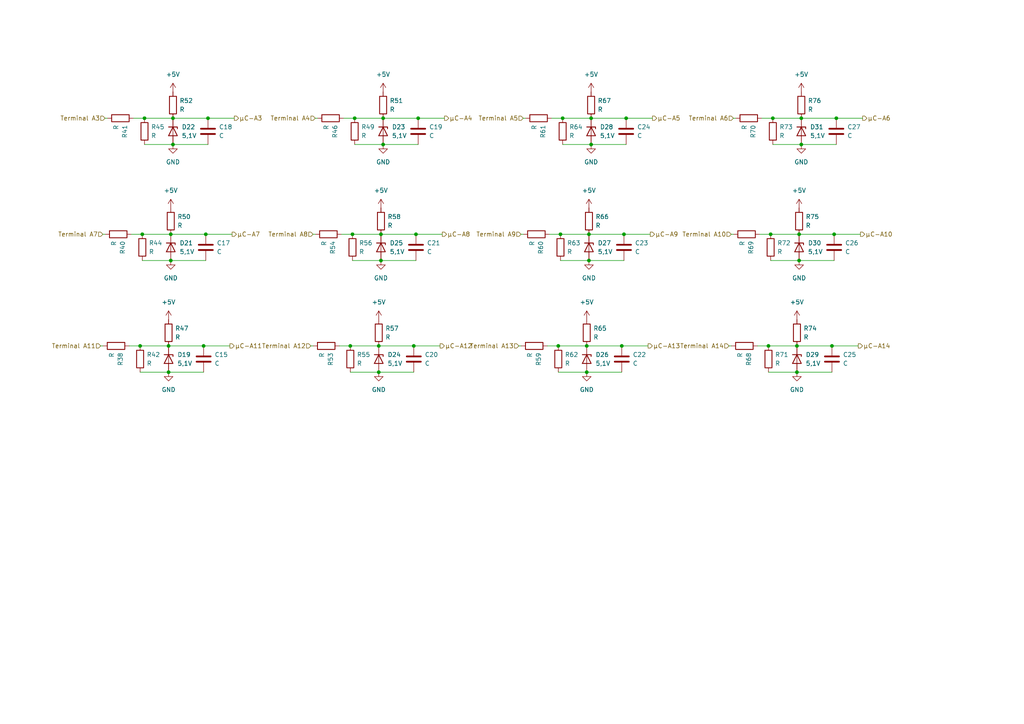
<source format=kicad_sch>
(kicad_sch (version 20231120) (generator "eeschema") (generator_version "8.0")
  (paper "A4")
  (lib_symbols
    (symbol "Device:C" (pin_numbers hide) (pin_names (offset 0.254))
      (property "Reference" "C" (at 0.635 2.54 0))
      (property "Value" "C" (at 0.635 -2.54 0))
      (symbol "C_0_1"
        (polyline (pts (xy -2.032 -0.762) (xy 2.032 -0.762)) (stroke (width 0.508)))
        (polyline (pts (xy -2.032 0.762) (xy 2.032 0.762)) (stroke (width 0.508)))
      )
      (symbol "C_1_1"
        (pin passive line (at 0 3.81 270) (length 2.794) (name "~") (number "1"))
        (pin passive line (at 0 -3.81 90) (length 2.794) (name "~") (number "2"))
      )
    )
    (symbol "Device:D_Zener" (pin_numbers hide) (pin_names (offset 1.016) hide)
      (property "Reference" "D" (at 0 2.54 0))
      (property "Value" "D_Zener" (at 0 -2.54 0))
      (symbol "D_Zener_0_1"
        (polyline (pts (xy 1.27 0) (xy -1.27 0)))
        (polyline (pts (xy -1.27 -1.27) (xy -1.27 1.27) (xy -0.762 1.27)) (stroke (width 0.254)))
        (polyline (pts (xy 1.27 -1.27) (xy 1.27 1.27) (xy -1.27 0) (xy 1.27 -1.27)) (stroke (width 0.254)))
      )
      (symbol "D_Zener_1_1"
        (pin passive line (at -3.81 0 0) (length 2.54) (name "K") (number "1"))
        (pin passive line (at 3.81 0 180) (length 2.54) (name "A") (number "2"))
      )
    )
    (symbol "Device:R" (pin_numbers hide) (pin_names (offset 0))
      (property "Reference" "R" (at 2.032 0 90))
      (property "Value" "R" (at 0 0 90))
      (symbol "R_0_1"
        (rectangle (start -1.016 -2.54) (end 1.016 2.54) (stroke (width 0.254)))
      )
      (symbol "R_1_1"
        (pin passive line (at 0 3.81 270) (length 1.27) (name "~") (number "1"))
        (pin passive line (at 0 -3.81 90) (length 1.27) (name "~") (number "2"))
      )
    )
    (symbol "power:+5V" (power) (pin_names (offset 0))
      (property "Value" "+5V" (at 0 3.556 0))
      (symbol "+5V_0_1"
        (polyline (pts (xy -0.762 1.27) (xy 0 2.54)))
        (polyline (pts (xy 0 0) (xy 0 2.54)))
        (polyline (pts (xy 0 2.54) (xy 0.762 1.27)))
      )
      (symbol "+5V_1_1"
        (pin power_in line (at 0 0 90) (length 0) hide (name "+5V") (number "1"))
      )
    )
    (symbol "power:GND" (power) (pin_names (offset 0))
      (property "Value" "GND" (at 0 -3.81 0))
      (symbol "GND_0_1"
        (polyline (pts (xy 0 0) (xy 0 -1.27) (xy 1.27 -1.27) (xy 0 -2.54) (xy -1.27 -1.27) (xy 0 -1.27)))
      )
      (symbol "GND_1_1"
        (pin power_in line (at 0 0 270) (length 0) hide (name "GND") (number "1"))
      )
    )
  )
  (junction (at 109.855 100.33))
  (junction (at 49.53 75.565))
  (junction (at 161.925 100.33))
  (junction (at 232.41 41.91))
  (junction (at 60.325 34.29))
  (junction (at 162.56 67.945))
  (junction (at 50.165 41.91))
  (junction (at 180.975 67.945))
  (junction (at 48.895 100.33))
  (junction (at 120.015 100.33))
  (junction (at 170.18 107.95))
  (junction (at 170.815 67.945))
  (junction (at 231.14 107.95))
  (junction (at 49.53 67.945))
  (junction (at 171.45 41.91))
  (junction (at 102.235 67.945))
  (junction (at 59.69 67.945))
  (junction (at 242.57 34.29))
  (junction (at 110.49 75.565))
  (junction (at 180.34 100.33))
  (junction (at 48.895 107.95))
  (junction (at 170.18 100.33))
  (junction (at 231.775 67.945))
  (junction (at 231.775 75.565))
  (junction (at 111.125 34.29))
  (junction (at 110.49 67.945))
  (junction (at 101.6 100.33))
  (junction (at 59.055 100.33))
  (junction (at 181.61 34.29))
  (junction (at 41.91 34.29))
  (junction (at 50.165 34.29))
  (junction (at 170.815 75.565))
  (junction (at 223.52 67.945))
  (junction (at 163.195 34.29))
  (junction (at 102.87 34.29))
  (junction (at 222.885 100.33))
  (junction (at 109.855 107.95))
  (junction (at 121.285 34.29))
  (junction (at 241.3 100.33))
  (junction (at 232.41 34.29))
  (junction (at 231.14 100.33))
  (junction (at 111.125 41.91))
  (junction (at 171.45 34.29))
  (junction (at 224.155 34.29))
  (junction (at 41.275 67.945))
  (junction (at 241.935 67.945))
  (junction (at 40.64 100.33))
  (junction (at 120.65 67.945))
  (wire (pts (xy 212.09 67.945) (xy 212.725 67.945)))
  (wire (pts (xy 41.91 34.29) (xy 50.165 34.29)))
  (wire (pts (xy 171.45 41.91) (xy 181.61 41.91)))
  (wire (pts (xy 170.18 100.33) (xy 180.34 100.33)))
  (wire (pts (xy 162.56 75.565) (xy 170.815 75.565)))
  (wire (pts (xy 111.125 34.29) (xy 121.285 34.29)))
  (wire (pts (xy 99.695 34.29) (xy 102.87 34.29)))
  (wire (pts (xy 37.465 100.33) (xy 40.64 100.33)))
  (wire (pts (xy 110.49 75.565) (xy 120.65 75.565)))
  (wire (pts (xy 50.165 34.29) (xy 60.325 34.29)))
  (wire (pts (xy 163.195 34.29) (xy 171.45 34.29)))
  (wire (pts (xy 151.13 67.945) (xy 151.765 67.945)))
  (wire (pts (xy 231.775 67.945) (xy 241.935 67.945)))
  (wire (pts (xy 30.48 34.29) (xy 31.115 34.29)))
  (wire (pts (xy 109.855 107.95) (xy 120.015 107.95)))
  (wire (pts (xy 211.455 100.33) (xy 212.09 100.33)))
  (wire (pts (xy 220.98 34.29) (xy 224.155 34.29)))
  (wire (pts (xy 223.52 75.565) (xy 231.775 75.565)))
  (wire (pts (xy 38.735 34.29) (xy 41.91 34.29)))
  (wire (pts (xy 181.61 34.29) (xy 189.23 34.29)))
  (wire (pts (xy 222.885 100.33) (xy 231.14 100.33)))
  (wire (pts (xy 48.895 100.33) (xy 59.055 100.33)))
  (wire (pts (xy 50.165 41.91) (xy 60.325 41.91)))
  (wire (pts (xy 29.21 100.33) (xy 29.845 100.33)))
  (wire (pts (xy 171.45 34.29) (xy 181.61 34.29)))
  (wire (pts (xy 222.885 107.95) (xy 231.14 107.95)))
  (wire (pts (xy 40.64 100.33) (xy 48.895 100.33)))
  (wire (pts (xy 219.71 100.33) (xy 222.885 100.33)))
  (wire (pts (xy 163.195 41.91) (xy 171.45 41.91)))
  (wire (pts (xy 241.935 67.945) (xy 249.555 67.945)))
  (wire (pts (xy 49.53 67.945) (xy 59.69 67.945)))
  (wire (pts (xy 29.845 67.945) (xy 30.48 67.945)))
  (wire (pts (xy 180.34 100.33) (xy 187.96 100.33)))
  (wire (pts (xy 242.57 34.29) (xy 250.19 34.29)))
  (wire (pts (xy 231.775 75.565) (xy 241.935 75.565)))
  (wire (pts (xy 170.815 67.945) (xy 180.975 67.945)))
  (wire (pts (xy 41.275 75.565) (xy 49.53 75.565)))
  (wire (pts (xy 231.14 100.33) (xy 241.3 100.33)))
  (wire (pts (xy 161.925 100.33) (xy 170.18 100.33)))
  (wire (pts (xy 60.325 34.29) (xy 67.945 34.29)))
  (wire (pts (xy 231.14 107.95) (xy 241.3 107.95)))
  (wire (pts (xy 40.64 107.95) (xy 48.895 107.95)))
  (wire (pts (xy 158.75 100.33) (xy 161.925 100.33)))
  (wire (pts (xy 109.855 100.33) (xy 120.015 100.33)))
  (wire (pts (xy 180.975 67.945) (xy 188.595 67.945)))
  (wire (pts (xy 150.495 100.33) (xy 151.13 100.33)))
  (wire (pts (xy 162.56 67.945) (xy 170.815 67.945)))
  (wire (pts (xy 161.925 107.95) (xy 170.18 107.95)))
  (wire (pts (xy 220.345 67.945) (xy 223.52 67.945)))
  (wire (pts (xy 121.285 34.29) (xy 128.905 34.29)))
  (wire (pts (xy 224.155 41.91) (xy 232.41 41.91)))
  (wire (pts (xy 41.275 67.945) (xy 49.53 67.945)))
  (wire (pts (xy 38.1 67.945) (xy 41.275 67.945)))
  (wire (pts (xy 49.53 75.565) (xy 59.69 75.565)))
  (wire (pts (xy 170.815 75.565) (xy 180.975 75.565)))
  (wire (pts (xy 90.17 100.33) (xy 90.805 100.33)))
  (wire (pts (xy 223.52 67.945) (xy 231.775 67.945)))
  (wire (pts (xy 59.69 67.945) (xy 67.31 67.945)))
  (wire (pts (xy 170.18 107.95) (xy 180.34 107.95)))
  (wire (pts (xy 91.44 34.29) (xy 92.075 34.29)))
  (wire (pts (xy 110.49 67.945) (xy 120.65 67.945)))
  (wire (pts (xy 159.385 67.945) (xy 162.56 67.945)))
  (wire (pts (xy 102.235 67.945) (xy 110.49 67.945)))
  (wire (pts (xy 102.87 41.91) (xy 111.125 41.91)))
  (wire (pts (xy 212.725 34.29) (xy 213.36 34.29)))
  (wire (pts (xy 241.3 100.33) (xy 248.92 100.33)))
  (wire (pts (xy 41.91 41.91) (xy 50.165 41.91)))
  (wire (pts (xy 102.235 75.565) (xy 110.49 75.565)))
  (wire (pts (xy 120.015 100.33) (xy 127.635 100.33)))
  (wire (pts (xy 151.765 34.29) (xy 152.4 34.29)))
  (wire (pts (xy 111.125 41.91) (xy 121.285 41.91)))
  (wire (pts (xy 101.6 100.33) (xy 109.855 100.33)))
  (wire (pts (xy 232.41 41.91) (xy 242.57 41.91)))
  (wire (pts (xy 99.06 67.945) (xy 102.235 67.945)))
  (wire (pts (xy 98.425 100.33) (xy 101.6 100.33)))
  (wire (pts (xy 232.41 34.29) (xy 242.57 34.29)))
  (wire (pts (xy 90.805 67.945) (xy 91.44 67.945)))
  (wire (pts (xy 101.6 107.95) (xy 109.855 107.95)))
  (wire (pts (xy 224.155 34.29) (xy 232.41 34.29)))
  (wire (pts (xy 160.02 34.29) (xy 163.195 34.29)))
  (wire (pts (xy 102.87 34.29) (xy 111.125 34.29)))
  (wire (pts (xy 59.055 100.33) (xy 66.675 100.33)))
  (wire (pts (xy 120.65 67.945) (xy 128.27 67.945)))
  (wire (pts (xy 48.895 107.95) (xy 59.055 107.95)))
  (hierarchical_label "Terminal A5" (shape input) (at 151.765 34.29 180))
  (hierarchical_label "µC-A13" (shape output) (at 187.96 100.33 0))
  (hierarchical_label "Terminal A4" (shape input) (at 91.44 34.29 180))
  (hierarchical_label "µC-A6" (shape output) (at 250.19 34.29 0))
  (hierarchical_label "µC-A3" (shape output) (at 67.945 34.29 0))
  (hierarchical_label "Terminal A8" (shape input) (at 90.805 67.945 180))
  (hierarchical_label "Terminal A12" (shape input) (at 90.17 100.33 180))
  (hierarchical_label "µC-A4" (shape output) (at 128.905 34.29 0))
  (hierarchical_label "Terminal A7" (shape input) (at 29.845 67.945 180))
  (hierarchical_label "µC-A10" (shape output) (at 249.555 67.945 0))
  (hierarchical_label "µC-A9" (shape output) (at 188.595 67.945 0))
  (hierarchical_label "Terminal A3" (shape input) (at 30.48 34.29 180))
  (hierarchical_label "µC-A12" (shape output) (at 127.635 100.33 0))
  (hierarchical_label "Terminal A11" (shape input) (at 29.21 100.33 180))
  (hierarchical_label "Terminal A9" (shape input) (at 151.13 67.945 180))
  (hierarchical_label "µC-A8" (shape output) (at 128.27 67.945 0))
  (hierarchical_label "Terminal A6" (shape input) (at 212.725 34.29 180))
  (hierarchical_label "µC-A14" (shape output) (at 248.92 100.33 0))
  (hierarchical_label "µC-A5" (shape output) (at 189.23 34.29 0))
  (hierarchical_label "µC-A11" (shape output) (at 66.675 100.33 0))
  (hierarchical_label "Terminal A13" (shape input) (at 150.495 100.33 180))
  (hierarchical_label "µC-A7" (shape output) (at 67.31 67.945 0))
  (hierarchical_label "Terminal A14" (shape input) (at 211.455 100.33 180))
  (hierarchical_label "Terminal A10" (shape input) (at 212.09 67.945 180))
  (symbol (lib_id "Device:D_Zener") (at 231.775 71.755 270) (unit 1)
    (property "Reference" "D30" (at 234.315 70.4849 90) (effects (justify left)))
    (property "Value" "5,1V" (at 234.315 73.0249 90) (effects (justify left)))
    (property "Footprint" "Diode_SMD:D_SMA_Handsoldering" (effects (hide yes)))
  )
  (symbol (lib_id "power:+5V") (at 231.14 92.71 0) (unit 1)
    (property "Reference" "#PWR0225" (effects (hide yes)))
    (property "Value" "+5V" (at 231.14 87.63 0))
  )
  (symbol (lib_id "Device:R") (at 110.49 64.135 0) (unit 1)
    (property "Reference" "R58" (at 112.395 62.8649 0) (effects (justify left)))
    (property "Value" "R" (at 112.395 65.4049 0) (effects (justify left)))
    (property "Footprint" "Resistor_SMD:R_1206_3216Metric_Pad1.30x1.75mm_HandSolder" (effects (hide yes)))
  )
  (symbol (lib_id "power:GND") (at 48.895 107.95 0) (unit 1)
    (property "Reference" "#PWR0211" (effects (hide yes)))
    (property "Value" "GND" (at 48.895 113.03 0))
  )
  (symbol (lib_id "Device:D_Zener") (at 48.895 104.14 270) (unit 1)
    (property "Reference" "D19" (at 51.435 102.8699 90) (effects (justify left)))
    (property "Value" "5,1V" (at 51.435 105.4099 90) (effects (justify left)))
    (property "Footprint" "Diode_SMD:D_SMA_Handsoldering" (effects (hide yes)))
  )
  (symbol (lib_id "Device:R") (at 49.53 64.135 0) (unit 1)
    (property "Reference" "R50" (at 51.435 62.8649 0) (effects (justify left)))
    (property "Value" "R" (at 51.435 65.4049 0) (effects (justify left)))
    (property "Footprint" "Resistor_SMD:R_1206_3216Metric_Pad1.30x1.75mm_HandSolder" (effects (hide yes)))
  )
  (symbol (lib_id "power:+5V") (at 231.775 60.325 0) (unit 1)
    (property "Reference" "#PWR0209" (effects (hide yes)))
    (property "Value" "+5V" (at 231.775 55.245 0))
  )
  (symbol (lib_id "Device:R") (at 170.18 96.52 0) (unit 1)
    (property "Reference" "R65" (at 172.085 95.2499 0) (effects (justify left)))
    (property "Value" "R" (at 172.085 97.7899 0) (effects (justify left)))
    (property "Footprint" "Resistor_SMD:R_1206_3216Metric_Pad1.30x1.75mm_HandSolder" (effects (hide yes)))
  )
  (symbol (lib_id "Device:C") (at 120.65 71.755 0) (unit 1)
    (property "Reference" "C21" (at 123.825 70.4849 0) (effects (justify left)))
    (property "Value" "C" (at 123.825 73.0249 0) (effects (justify left)))
    (property "Footprint" "Capacitor_SMD:C_1206_3216Metric_Pad1.33x1.80mm_HandSolder" (effects (hide yes)))
  )
  (symbol (lib_id "Device:R") (at 156.21 34.29 270) (unit 1)
    (property "Reference" "R61" (at 157.4801 36.195 0) (effects (justify left)))
    (property "Value" "R" (at 154.9401 36.195 0) (effects (justify left)))
    (property "Footprint" "Resistor_SMD:R_1206_3216Metric_Pad1.30x1.75mm_HandSolder" (effects (hide yes)))
  )
  (symbol (lib_id "Device:R") (at 33.655 100.33 270) (unit 1)
    (property "Reference" "R38" (at 34.9251 102.235 0) (effects (justify left)))
    (property "Value" "R" (at 32.3851 102.235 0) (effects (justify left)))
    (property "Footprint" "Resistor_SMD:R_1206_3216Metric_Pad1.30x1.75mm_HandSolder" (effects (hide yes)))
  )
  (symbol (lib_id "power:GND") (at 231.775 75.565 0) (unit 1)
    (property "Reference" "#PWR0227" (effects (hide yes)))
    (property "Value" "GND" (at 231.775 80.645 0))
  )
  (symbol (lib_id "power:+5V") (at 48.895 92.71 0) (unit 1)
    (property "Reference" "#PWR0222" (effects (hide yes)))
    (property "Value" "+5V" (at 48.895 87.63 0))
  )
  (symbol (lib_id "Device:R") (at 111.125 30.48 0) (unit 1)
    (property "Reference" "R51" (at 113.03 29.2099 0) (effects (justify left)))
    (property "Value" "R" (at 113.03 31.7499 0) (effects (justify left)))
    (property "Footprint" "Resistor_SMD:R_1206_3216Metric_Pad1.30x1.75mm_HandSolder" (effects (hide yes)))
  )
  (symbol (lib_id "power:+5V") (at 49.53 60.325 0) (unit 1)
    (property "Reference" "#PWR0218" (effects (hide yes)))
    (property "Value" "+5V" (at 49.53 55.245 0))
  )
  (symbol (lib_id "power:+5V") (at 111.125 26.67 0) (unit 1)
    (property "Reference" "#PWR0217" (effects (hide yes)))
    (property "Value" "+5V" (at 111.125 21.59 0))
  )
  (symbol (lib_id "Device:D_Zener") (at 171.45 38.1 270) (unit 1)
    (property "Reference" "D28" (at 173.99 36.8299 90) (effects (justify left)))
    (property "Value" "5,1V" (at 173.99 39.3699 90) (effects (justify left)))
    (property "Footprint" "Diode_SMD:D_SMA_Handsoldering" (effects (hide yes)))
  )
  (symbol (lib_id "Device:C") (at 181.61 38.1 0) (unit 1)
    (property "Reference" "C24" (at 184.785 36.8299 0) (effects (justify left)))
    (property "Value" "C" (at 184.785 39.3699 0) (effects (justify left)))
    (property "Footprint" "Capacitor_SMD:C_1206_3216Metric_Pad1.33x1.80mm_HandSolder" (effects (hide yes)))
  )
  (symbol (lib_id "power:+5V") (at 232.41 26.67 0) (unit 1)
    (property "Reference" "#PWR0208" (effects (hide yes)))
    (property "Value" "+5V" (at 232.41 21.59 0))
  )
  (symbol (lib_id "Device:C") (at 180.34 104.14 0) (unit 1)
    (property "Reference" "C22" (at 183.515 102.8699 0) (effects (justify left)))
    (property "Value" "C" (at 183.515 105.4099 0) (effects (justify left)))
    (property "Footprint" "Capacitor_SMD:C_1206_3216Metric_Pad1.33x1.80mm_HandSolder" (effects (hide yes)))
  )
  (symbol (lib_id "Device:D_Zener") (at 110.49 71.755 270) (unit 1)
    (property "Reference" "D25" (at 113.03 70.4849 90) (effects (justify left)))
    (property "Value" "5,1V" (at 113.03 73.0249 90) (effects (justify left)))
    (property "Footprint" "Diode_SMD:D_SMA_Handsoldering" (effects (hide yes)))
  )
  (symbol (lib_id "Device:R") (at 162.56 71.755 0) (unit 1)
    (property "Reference" "R63" (at 164.465 70.4849 0) (effects (justify left)))
    (property "Value" "R" (at 164.465 73.0249 0) (effects (justify left)))
    (property "Footprint" "Resistor_SMD:R_1206_3216Metric_Pad1.30x1.75mm_HandSolder" (effects (hide yes)))
  )
  (symbol (lib_id "Device:C") (at 120.015 104.14 0) (unit 1)
    (property "Reference" "C20" (at 123.19 102.8699 0) (effects (justify left)))
    (property "Value" "C" (at 123.19 105.4099 0) (effects (justify left)))
    (property "Footprint" "Capacitor_SMD:C_1206_3216Metric_Pad1.33x1.80mm_HandSolder" (effects (hide yes)))
  )
  (symbol (lib_id "Device:R") (at 215.9 100.33 270) (unit 1)
    (property "Reference" "R68" (at 217.1701 102.235 0) (effects (justify left)))
    (property "Value" "R" (at 214.6301 102.235 0) (effects (justify left)))
    (property "Footprint" "Resistor_SMD:R_1206_3216Metric_Pad1.30x1.75mm_HandSolder" (effects (hide yes)))
  )
  (symbol (lib_id "power:GND") (at 49.53 75.565 0) (unit 1)
    (property "Reference" "#PWR0220" (effects (hide yes)))
    (property "Value" "GND" (at 49.53 80.645 0))
  )
  (symbol (lib_id "Device:R") (at 163.195 38.1 0) (unit 1)
    (property "Reference" "R64" (at 165.1 36.8299 0) (effects (justify left)))
    (property "Value" "R" (at 165.1 39.3699 0) (effects (justify left)))
    (property "Footprint" "Resistor_SMD:R_1206_3216Metric_Pad1.30x1.75mm_HandSolder" (effects (hide yes)))
  )
  (symbol (lib_id "power:+5V") (at 110.49 60.325 0) (unit 1)
    (property "Reference" "#PWR0158" (effects (hide yes)))
    (property "Value" "+5V" (at 110.49 55.245 0))
  )
  (symbol (lib_id "Device:D_Zener") (at 50.165 38.1 270) (unit 1)
    (property "Reference" "D22" (at 52.705 36.8299 90) (effects (justify left)))
    (property "Value" "5,1V" (at 52.705 39.3699 90) (effects (justify left)))
    (property "Footprint" "Diode_SMD:D_SMA_Handsoldering" (effects (hide yes)))
  )
  (symbol (lib_id "power:GND") (at 232.41 41.91 0) (unit 1)
    (property "Reference" "#PWR0210" (effects (hide yes)))
    (property "Value" "GND" (at 232.41 46.99 0))
  )
  (symbol (lib_id "Device:D_Zener") (at 111.125 38.1 270) (unit 1)
    (property "Reference" "D23" (at 113.665 36.8299 90) (effects (justify left)))
    (property "Value" "5,1V" (at 113.665 39.3699 90) (effects (justify left)))
    (property "Footprint" "Diode_SMD:D_SMA_Handsoldering" (effects (hide yes)))
  )
  (symbol (lib_id "Device:D_Zener") (at 109.855 104.14 270) (unit 1)
    (property "Reference" "D24" (at 112.395 102.8699 90) (effects (justify left)))
    (property "Value" "5,1V" (at 112.395 105.4099 90) (effects (justify left)))
    (property "Footprint" "Diode_SMD:D_SMA_Handsoldering" (effects (hide yes)))
  )
  (symbol (lib_id "Device:R") (at 102.87 38.1 0) (unit 1)
    (property "Reference" "R49" (at 104.775 36.8299 0) (effects (justify left)))
    (property "Value" "R" (at 104.775 39.3699 0) (effects (justify left)))
    (property "Footprint" "Resistor_SMD:R_1206_3216Metric_Pad1.30x1.75mm_HandSolder" (effects (hide yes)))
  )
  (symbol (lib_id "Device:C") (at 121.285 38.1 0) (unit 1)
    (property "Reference" "C19" (at 124.46 36.8299 0) (effects (justify left)))
    (property "Value" "C" (at 124.46 39.3699 0) (effects (justify left)))
    (property "Footprint" "Capacitor_SMD:C_1206_3216Metric_Pad1.33x1.80mm_HandSolder" (effects (hide yes)))
  )
  (symbol (lib_id "Device:R") (at 232.41 30.48 0) (unit 1)
    (property "Reference" "R76" (at 234.315 29.2099 0) (effects (justify left)))
    (property "Value" "R" (at 234.315 31.7499 0) (effects (justify left)))
    (property "Footprint" "Resistor_SMD:R_1206_3216Metric_Pad1.30x1.75mm_HandSolder" (effects (hide yes)))
  )
  (symbol (lib_id "Device:R") (at 170.815 64.135 0) (unit 1)
    (property "Reference" "R66" (at 172.72 62.8649 0) (effects (justify left)))
    (property "Value" "R" (at 172.72 65.4049 0) (effects (justify left)))
    (property "Footprint" "Resistor_SMD:R_1206_3216Metric_Pad1.30x1.75mm_HandSolder" (effects (hide yes)))
  )
  (symbol (lib_id "Device:C") (at 60.325 38.1 0) (unit 1)
    (property "Reference" "C18" (at 63.5 36.8299 0) (effects (justify left)))
    (property "Value" "C" (at 63.5 39.3699 0) (effects (justify left)))
    (property "Footprint" "Capacitor_SMD:C_1206_3216Metric_Pad1.33x1.80mm_HandSolder" (effects (hide yes)))
  )
  (symbol (lib_id "power:+5V") (at 170.18 92.71 0) (unit 1)
    (property "Reference" "#PWR0228" (effects (hide yes)))
    (property "Value" "+5V" (at 170.18 87.63 0))
  )
  (symbol (lib_id "Device:D_Zener") (at 49.53 71.755 270) (unit 1)
    (property "Reference" "D21" (at 52.07 70.4849 90) (effects (justify left)))
    (property "Value" "5,1V" (at 52.07 73.0249 90) (effects (justify left)))
    (property "Footprint" "Diode_SMD:D_SMA_Handsoldering" (effects (hide yes)))
  )
  (symbol (lib_id "Device:R") (at 109.855 96.52 0) (unit 1)
    (property "Reference" "R57" (at 111.76 95.2499 0) (effects (justify left)))
    (property "Value" "R" (at 111.76 97.7899 0) (effects (justify left)))
    (property "Footprint" "Resistor_SMD:R_1206_3216Metric_Pad1.30x1.75mm_HandSolder" (effects (hide yes)))
  )
  (symbol (lib_id "Device:R") (at 95.25 67.945 270) (unit 1)
    (property "Reference" "R54" (at 96.5201 69.85 0) (effects (justify left)))
    (property "Value" "R" (at 93.9801 69.85 0) (effects (justify left)))
    (property "Footprint" "Resistor_SMD:R_1206_3216Metric_Pad1.30x1.75mm_HandSolder" (effects (hide yes)))
  )
  (symbol (lib_id "power:+5V") (at 170.815 60.325 0) (unit 1)
    (property "Reference" "#PWR0215" (effects (hide yes)))
    (property "Value" "+5V" (at 170.815 55.245 0))
  )
  (symbol (lib_id "power:GND") (at 170.18 107.95 0) (unit 1)
    (property "Reference" "#PWR0230" (effects (hide yes)))
    (property "Value" "GND" (at 170.18 113.03 0))
  )
  (symbol (lib_id "Device:R") (at 161.925 104.14 0) (unit 1)
    (property "Reference" "R62" (at 163.83 102.8699 0) (effects (justify left)))
    (property "Value" "R" (at 163.83 105.4099 0) (effects (justify left)))
    (property "Footprint" "Resistor_SMD:R_1206_3216Metric_Pad1.30x1.75mm_HandSolder" (effects (hide yes)))
  )
  (symbol (lib_id "Device:R") (at 217.17 34.29 270) (unit 1)
    (property "Reference" "R70" (at 218.4401 36.195 0) (effects (justify left)))
    (property "Value" "R" (at 215.9001 36.195 0) (effects (justify left)))
    (property "Footprint" "Resistor_SMD:R_1206_3216Metric_Pad1.30x1.75mm_HandSolder" (effects (hide yes)))
  )
  (symbol (lib_id "Device:D_Zener") (at 170.18 104.14 270) (unit 1)
    (property "Reference" "D26" (at 172.72 102.8699 90) (effects (justify left)))
    (property "Value" "5,1V" (at 172.72 105.4099 90) (effects (justify left)))
    (property "Footprint" "Diode_SMD:D_SMA_Handsoldering" (effects (hide yes)))
  )
  (symbol (lib_id "Device:R") (at 50.165 30.48 0) (unit 1)
    (property "Reference" "R52" (at 52.07 29.2099 0) (effects (justify left)))
    (property "Value" "R" (at 52.07 31.7499 0) (effects (justify left)))
    (property "Footprint" "Resistor_SMD:R_1206_3216Metric_Pad1.30x1.75mm_HandSolder" (effects (hide yes)))
  )
  (symbol (lib_id "Device:R") (at 34.29 67.945 270) (unit 1)
    (property "Reference" "R40" (at 35.5601 69.85 0) (effects (justify left)))
    (property "Value" "R" (at 33.0201 69.85 0) (effects (justify left)))
    (property "Footprint" "Resistor_SMD:R_1206_3216Metric_Pad1.30x1.75mm_HandSolder" (effects (hide yes)))
  )
  (symbol (lib_id "Device:C") (at 59.055 104.14 0) (unit 1)
    (property "Reference" "C15" (at 62.23 102.8699 0) (effects (justify left)))
    (property "Value" "C" (at 62.23 105.4099 0) (effects (justify left)))
    (property "Footprint" "Capacitor_SMD:C_1206_3216Metric_Pad1.33x1.80mm_HandSolder" (effects (hide yes)))
  )
  (symbol (lib_id "power:GND") (at 110.49 75.565 0) (unit 1)
    (property "Reference" "#PWR0206" (effects (hide yes)))
    (property "Value" "GND" (at 110.49 80.645 0))
  )
  (symbol (lib_id "Device:R") (at 216.535 67.945 270) (unit 1)
    (property "Reference" "R69" (at 217.8051 69.85 0) (effects (justify left)))
    (property "Value" "R" (at 215.2651 69.85 0) (effects (justify left)))
    (property "Footprint" "Resistor_SMD:R_1206_3216Metric_Pad1.30x1.75mm_HandSolder" (effects (hide yes)))
  )
  (symbol (lib_id "Device:R") (at 101.6 104.14 0) (unit 1)
    (property "Reference" "R55" (at 103.505 102.8699 0) (effects (justify left)))
    (property "Value" "R" (at 103.505 105.4099 0) (effects (justify left)))
    (property "Footprint" "Resistor_SMD:R_1206_3216Metric_Pad1.30x1.75mm_HandSolder" (effects (hide yes)))
  )
  (symbol (lib_id "Device:R") (at 223.52 71.755 0) (unit 1)
    (property "Reference" "R72" (at 225.425 70.4849 0) (effects (justify left)))
    (property "Value" "R" (at 225.425 73.0249 0) (effects (justify left)))
    (property "Footprint" "Resistor_SMD:R_1206_3216Metric_Pad1.30x1.75mm_HandSolder" (effects (hide yes)))
  )
  (symbol (lib_id "Device:R") (at 41.275 71.755 0) (unit 1)
    (property "Reference" "R44" (at 43.18 70.4849 0) (effects (justify left)))
    (property "Value" "R" (at 43.18 73.0249 0) (effects (justify left)))
    (property "Footprint" "Resistor_SMD:R_1206_3216Metric_Pad1.30x1.75mm_HandSolder" (effects (hide yes)))
  )
  (symbol (lib_id "power:GND") (at 109.855 107.95 0) (unit 1)
    (property "Reference" "#PWR0224" (effects (hide yes)))
    (property "Value" "GND" (at 109.855 113.03 0))
  )
  (symbol (lib_id "Device:R") (at 94.615 100.33 270) (unit 1)
    (property "Reference" "R53" (at 95.8851 102.235 0) (effects (justify left)))
    (property "Value" "R" (at 93.3451 102.235 0) (effects (justify left)))
    (property "Footprint" "Resistor_SMD:R_1206_3216Metric_Pad1.30x1.75mm_HandSolder" (effects (hide yes)))
  )
  (symbol (lib_id "Device:R") (at 34.925 34.29 270) (unit 1)
    (property "Reference" "R41" (at 36.1951 36.195 0) (effects (justify left)))
    (property "Value" "R" (at 33.6551 36.195 0) (effects (justify left)))
    (property "Footprint" "Resistor_SMD:R_1206_3216Metric_Pad1.30x1.75mm_HandSolder" (effects (hide yes)))
  )
  (symbol (lib_id "Device:C") (at 241.3 104.14 0) (unit 1)
    (property "Reference" "C25" (at 244.475 102.8699 0) (effects (justify left)))
    (property "Value" "C" (at 244.475 105.4099 0) (effects (justify left)))
    (property "Footprint" "Capacitor_SMD:C_1206_3216Metric_Pad1.33x1.80mm_HandSolder" (effects (hide yes)))
  )
  (symbol (lib_id "Device:D_Zener") (at 170.815 71.755 270) (unit 1)
    (property "Reference" "D27" (at 173.355 70.4849 90) (effects (justify left)))
    (property "Value" "5,1V" (at 173.355 73.0249 90) (effects (justify left)))
    (property "Footprint" "Diode_SMD:D_SMA_Handsoldering" (effects (hide yes)))
  )
  (symbol (lib_id "Device:R") (at 95.885 34.29 270) (unit 1)
    (property "Reference" "R46" (at 97.1551 36.195 0) (effects (justify left)))
    (property "Value" "R" (at 94.6151 36.195 0) (effects (justify left)))
    (property "Footprint" "Resistor_SMD:R_1206_3216Metric_Pad1.30x1.75mm_HandSolder" (effects (hide yes)))
  )
  (symbol (lib_id "Device:R") (at 155.575 67.945 270) (unit 1)
    (property "Reference" "R60" (at 156.8451 69.85 0) (effects (justify left)))
    (property "Value" "R" (at 154.3051 69.85 0) (effects (justify left)))
    (property "Footprint" "Resistor_SMD:R_1206_3216Metric_Pad1.30x1.75mm_HandSolder" (effects (hide yes)))
  )
  (symbol (lib_id "power:GND") (at 170.815 75.565 0) (unit 1)
    (property "Reference" "#PWR0229" (effects (hide yes)))
    (property "Value" "GND" (at 170.815 80.645 0))
  )
  (symbol (lib_id "power:+5V") (at 171.45 26.67 0) (unit 1)
    (property "Reference" "#PWR0214" (effects (hide yes)))
    (property "Value" "+5V" (at 171.45 21.59 0))
  )
  (symbol (lib_id "Device:R") (at 154.94 100.33 270) (unit 1)
    (property "Reference" "R59" (at 156.2101 102.235 0) (effects (justify left)))
    (property "Value" "R" (at 153.6701 102.235 0) (effects (justify left)))
    (property "Footprint" "Resistor_SMD:R_1206_3216Metric_Pad1.30x1.75mm_HandSolder" (effects (hide yes)))
  )
  (symbol (lib_id "Device:R") (at 41.91 38.1 0) (unit 1)
    (property "Reference" "R45" (at 43.815 36.8299 0) (effects (justify left)))
    (property "Value" "R" (at 43.815 39.3699 0) (effects (justify left)))
    (property "Footprint" "Resistor_SMD:R_1206_3216Metric_Pad1.30x1.75mm_HandSolder" (effects (hide yes)))
  )
  (symbol (lib_id "power:GND") (at 171.45 41.91 0) (unit 1)
    (property "Reference" "#PWR0216" (effects (hide yes)))
    (property "Value" "GND" (at 171.45 46.99 0))
  )
  (symbol (lib_id "power:GND") (at 111.125 41.91 0) (unit 1)
    (property "Reference" "#PWR0207" (effects (hide yes)))
    (property "Value" "GND" (at 111.125 46.99 0))
  )
  (symbol (lib_id "Device:R") (at 231.14 96.52 0) (unit 1)
    (property "Reference" "R74" (at 233.045 95.2499 0) (effects (justify left)))
    (property "Value" "R" (at 233.045 97.7899 0) (effects (justify left)))
    (property "Footprint" "Resistor_SMD:R_1206_3216Metric_Pad1.30x1.75mm_HandSolder" (effects (hide yes)))
  )
  (symbol (lib_id "Device:D_Zener") (at 231.14 104.14 270) (unit 1)
    (property "Reference" "D29" (at 233.68 102.8699 90) (effects (justify left)))
    (property "Value" "5,1V" (at 233.68 105.4099 90) (effects (justify left)))
    (property "Footprint" "Diode_SMD:D_SMA_Handsoldering" (effects (hide yes)))
  )
  (symbol (lib_id "Device:R") (at 224.155 38.1 0) (unit 1)
    (property "Reference" "R73" (at 226.06 36.8299 0) (effects (justify left)))
    (property "Value" "R" (at 226.06 39.3699 0) (effects (justify left)))
    (property "Footprint" "Resistor_SMD:R_1206_3216Metric_Pad1.30x1.75mm_HandSolder" (effects (hide yes)))
  )
  (symbol (lib_id "Device:C") (at 241.935 71.755 0) (unit 1)
    (property "Reference" "C26" (at 245.11 70.4849 0) (effects (justify left)))
    (property "Value" "C" (at 245.11 73.0249 0) (effects (justify left)))
    (property "Footprint" "Capacitor_SMD:C_1206_3216Metric_Pad1.33x1.80mm_HandSolder" (effects (hide yes)))
  )
  (symbol (lib_id "Device:C") (at 242.57 38.1 0) (unit 1)
    (property "Reference" "C27" (at 245.745 36.8299 0) (effects (justify left)))
    (property "Value" "C" (at 245.745 39.3699 0) (effects (justify left)))
    (property "Footprint" "Capacitor_SMD:C_1206_3216Metric_Pad1.33x1.80mm_HandSolder" (effects (hide yes)))
  )
  (symbol (lib_id "power:GND") (at 231.14 107.95 0) (unit 1)
    (property "Reference" "#PWR0226" (effects (hide yes)))
    (property "Value" "GND" (at 231.14 113.03 0))
  )
  (symbol (lib_id "power:+5V") (at 50.165 26.67 0) (unit 1)
    (property "Reference" "#PWR0219" (effects (hide yes)))
    (property "Value" "+5V" (at 50.165 21.59 0))
  )
  (symbol (lib_id "Device:R") (at 171.45 30.48 0) (unit 1)
    (property "Reference" "R67" (at 173.355 29.2099 0) (effects (justify left)))
    (property "Value" "R" (at 173.355 31.7499 0) (effects (justify left)))
    (property "Footprint" "Resistor_SMD:R_1206_3216Metric_Pad1.30x1.75mm_HandSolder" (effects (hide yes)))
  )
  (symbol (lib_id "power:+5V") (at 109.855 92.71 0) (unit 1)
    (property "Reference" "#PWR0223" (effects (hide yes)))
    (property "Value" "+5V" (at 109.855 87.63 0))
  )
  (symbol (lib_id "Device:R") (at 222.885 104.14 0) (unit 1)
    (property "Reference" "R71" (at 224.79 102.8699 0) (effects (justify left)))
    (property "Value" "R" (at 224.79 105.4099 0) (effects (justify left)))
    (property "Footprint" "Resistor_SMD:R_1206_3216Metric_Pad1.30x1.75mm_HandSolder" (effects (hide yes)))
  )
  (symbol (lib_id "Device:R") (at 102.235 71.755 0) (unit 1)
    (property "Reference" "R56" (at 104.14 70.4849 0) (effects (justify left)))
    (property "Value" "R" (at 104.14 73.0249 0) (effects (justify left)))
    (property "Footprint" "Resistor_SMD:R_1206_3216Metric_Pad1.30x1.75mm_HandSolder" (effects (hide yes)))
  )
  (symbol (lib_id "power:GND") (at 50.165 41.91 0) (unit 1)
    (property "Reference" "#PWR0221" (effects (hide yes)))
    (property "Value" "GND" (at 50.165 46.99 0))
  )
  (symbol (lib_id "Device:R") (at 48.895 96.52 0) (unit 1)
    (property "Reference" "R47" (at 50.8 95.2499 0) (effects (justify left)))
    (property "Value" "R" (at 50.8 97.7899 0) (effects (justify left)))
    (property "Footprint" "Resistor_SMD:R_1206_3216Metric_Pad1.30x1.75mm_HandSolder" (effects (hide yes)))
  )
  (symbol (lib_id "Device:R") (at 40.64 104.14 0) (unit 1)
    (property "Reference" "R42" (at 42.545 102.8699 0) (effects (justify left)))
    (property "Value" "R" (at 42.545 105.4099 0) (effects (justify left)))
    (property "Footprint" "Resistor_SMD:R_1206_3216Metric_Pad1.30x1.75mm_HandSolder" (effects (hide yes)))
  )
  (symbol (lib_id "Device:R") (at 231.775 64.135 0) (unit 1)
    (property "Reference" "R75" (at 233.68 62.8649 0) (effects (justify left)))
    (property "Value" "R" (at 233.68 65.4049 0) (effects (justify left)))
    (property "Footprint" "Resistor_SMD:R_1206_3216Metric_Pad1.30x1.75mm_HandSolder" (effects (hide yes)))
  )
  (symbol (lib_id "Device:C") (at 180.975 71.755 0) (unit 1)
    (property "Reference" "C23" (at 184.15 70.4849 0) (effects (justify left)))
    (property "Value" "C" (at 184.15 73.0249 0) (effects (justify left)))
    (property "Footprint" "Capacitor_SMD:C_1206_3216Metric_Pad1.33x1.80mm_HandSolder" (effects (hide yes)))
  )
  (symbol (lib_id "Device:C") (at 59.69 71.755 0) (unit 1)
    (property "Reference" "C17" (at 62.865 70.4849 0) (effects (justify left)))
    (property "Value" "C" (at 62.865 73.0249 0) (effects (justify left)))
    (property "Footprint" "Capacitor_SMD:C_1206_3216Metric_Pad1.33x1.80mm_HandSolder" (effects (hide yes)))
  )
  (symbol (lib_id "Device:D_Zener") (at 232.41 38.1 270) (unit 1)
    (property "Reference" "D31" (at 234.95 36.8299 90) (effects (justify left)))
    (property "Value" "5,1V" (at 234.95 39.3699 90) (effects (justify left)))
    (property "Footprint" "Diode_SMD:D_SMA_Handsoldering" (effects (hide yes)))
  )
)
</source>
